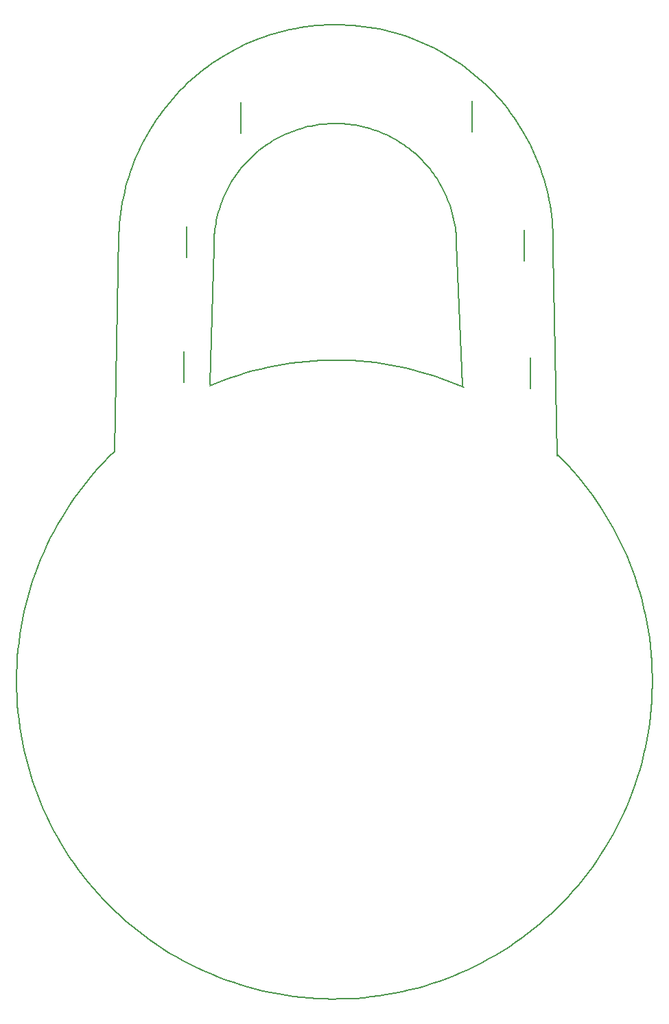
<source format=gbo>
G75*
%MOIN*%
%OFA0B0*%
%FSLAX25Y25*%
%IPPOS*%
%LPD*%
%AMOC8*
5,1,8,0,0,1.08239X$1,22.5*
%
%ADD10C,0.00600*%
%ADD11C,0.00800*%
D10*
X0048968Y0275146D02*
X0046271Y0272502D01*
X0043641Y0269793D01*
X0041077Y0267020D01*
X0038582Y0264186D01*
X0036156Y0261292D01*
X0033803Y0258339D01*
X0031522Y0255329D01*
X0029315Y0252265D01*
X0027184Y0249147D01*
X0025130Y0245979D01*
X0023154Y0242761D01*
X0021257Y0239495D01*
X0019441Y0236185D01*
X0017706Y0232831D01*
X0016054Y0229435D01*
X0014485Y0226000D01*
X0013001Y0222528D01*
X0011602Y0219021D01*
X0010289Y0215480D01*
X0009063Y0211908D01*
X0007925Y0208308D01*
X0006875Y0204681D01*
X0005914Y0201029D01*
X0005043Y0197354D01*
X0004261Y0193660D01*
X0003571Y0189947D01*
X0002971Y0186219D01*
X0002463Y0182477D01*
X0002046Y0178724D01*
X0001721Y0174962D01*
X0001489Y0171193D01*
X0001348Y0167419D01*
X0001300Y0163644D01*
X0001344Y0159868D01*
X0001481Y0156094D01*
X0001709Y0152325D01*
X0002030Y0148562D01*
X0002443Y0144809D01*
X0002947Y0141066D01*
X0003543Y0137337D01*
X0004229Y0133624D01*
X0005007Y0129929D01*
X0005874Y0126254D01*
X0006831Y0122601D01*
X0007877Y0118972D01*
X0009011Y0115370D01*
X0010233Y0111797D01*
X0011542Y0108255D01*
X0012938Y0104747D01*
X0014418Y0101273D01*
X0015984Y0097836D01*
X0017632Y0094439D01*
X0019364Y0091083D01*
X0021176Y0087770D01*
X0023070Y0084503D01*
X0025042Y0081283D01*
X0027093Y0078112D01*
X0029221Y0074993D01*
X0031424Y0071926D01*
X0033701Y0068914D01*
X0036052Y0065958D01*
X0038474Y0063061D01*
X0040966Y0060224D01*
X0043527Y0057449D01*
X0046155Y0054737D01*
X0048848Y0052091D01*
X0051606Y0049511D01*
X0054425Y0046999D01*
X0057306Y0044557D01*
X0060245Y0042186D01*
X0063241Y0039887D01*
X0066292Y0037663D01*
X0069397Y0035513D01*
X0072553Y0033441D01*
X0075760Y0031446D01*
X0079014Y0029530D01*
X0082314Y0027694D01*
X0085657Y0025940D01*
X0089043Y0024267D01*
X0092469Y0022678D01*
X0095932Y0021174D01*
X0099431Y0019754D01*
X0102964Y0018420D01*
X0106529Y0017173D01*
X0110122Y0016014D01*
X0113743Y0014943D01*
X0117390Y0013961D01*
X0121059Y0013068D01*
X0124749Y0012265D01*
X0128457Y0011552D01*
X0132182Y0010931D01*
X0135920Y0010401D01*
X0139671Y0009962D01*
X0143431Y0009615D01*
X0147199Y0009360D01*
X0150972Y0009198D01*
X0154747Y0009127D01*
X0158523Y0009149D01*
X0162298Y0009263D01*
X0166068Y0009470D01*
X0169832Y0009769D01*
X0173588Y0010159D01*
X0177334Y0010642D01*
X0181066Y0011215D01*
X0184783Y0011880D01*
X0188483Y0012636D01*
X0192163Y0013481D01*
X0195822Y0014417D01*
X0199456Y0015441D01*
X0203065Y0016555D01*
X0206645Y0017756D01*
X0210194Y0019044D01*
X0213711Y0020419D01*
X0217194Y0021879D01*
X0220640Y0023424D01*
X0224046Y0025052D01*
X0227412Y0026764D01*
X0230736Y0028557D01*
X0234014Y0030431D01*
X0237246Y0032385D01*
X0240428Y0034417D01*
X0243561Y0036526D01*
X0246640Y0038712D01*
X0249666Y0040971D01*
X0252635Y0043305D01*
X0255546Y0045710D01*
X0258398Y0048185D01*
X0261188Y0050730D01*
X0263915Y0053342D01*
X0266577Y0056019D01*
X0269174Y0058761D01*
X0271702Y0061566D01*
X0274161Y0064432D01*
X0276549Y0067357D01*
X0278865Y0070340D01*
X0281108Y0073378D01*
X0283275Y0076470D01*
X0285366Y0079614D01*
X0287380Y0082809D01*
X0289315Y0086052D01*
X0291170Y0089341D01*
X0292944Y0092674D01*
X0294636Y0096050D01*
X0296245Y0099466D01*
X0297771Y0102921D01*
X0299211Y0106411D01*
X0300565Y0109936D01*
X0301833Y0113493D01*
X0303013Y0117080D01*
X0304106Y0120695D01*
X0305109Y0124335D01*
X0306024Y0127999D01*
X0306848Y0131684D01*
X0307583Y0135388D01*
X0308226Y0139109D01*
X0308778Y0142845D01*
X0309239Y0146593D01*
X0309608Y0150351D01*
X0309885Y0154117D01*
X0310070Y0157889D01*
X0310162Y0161664D01*
X0310163Y0165440D01*
X0310070Y0169215D01*
X0309886Y0172987D01*
X0309610Y0176753D01*
X0309241Y0180511D01*
X0308781Y0184259D01*
X0308229Y0187995D01*
X0307586Y0191716D01*
X0306852Y0195420D01*
X0306028Y0199105D01*
X0305114Y0202769D01*
X0304111Y0206409D01*
X0303019Y0210024D01*
X0301839Y0213611D01*
X0300572Y0217168D01*
X0299218Y0220693D01*
X0297778Y0224184D01*
X0296253Y0227639D01*
X0294644Y0231056D01*
X0292953Y0234432D01*
X0291179Y0237765D01*
X0289324Y0241055D01*
X0287390Y0244297D01*
X0285376Y0247492D01*
X0283285Y0250637D01*
X0281118Y0253729D01*
X0278876Y0256768D01*
X0276561Y0259751D01*
X0274173Y0262676D01*
X0271714Y0265542D01*
X0269186Y0268347D01*
X0266590Y0271089D01*
X0263928Y0273768D01*
X0263928Y0273079D02*
X0261862Y0372291D01*
X0215011Y0376425D02*
X0217767Y0306839D01*
X0215012Y0376425D02*
X0214969Y0377860D01*
X0214892Y0379292D01*
X0214779Y0380723D01*
X0214632Y0382150D01*
X0214450Y0383573D01*
X0214234Y0384992D01*
X0213983Y0386404D01*
X0213697Y0387810D01*
X0213378Y0389209D01*
X0213024Y0390600D01*
X0212637Y0391981D01*
X0212217Y0393353D01*
X0211763Y0394714D01*
X0211276Y0396064D01*
X0210756Y0397401D01*
X0210204Y0398725D01*
X0209619Y0400036D01*
X0209003Y0401332D01*
X0208356Y0402612D01*
X0207678Y0403876D01*
X0206969Y0405124D01*
X0206230Y0406354D01*
X0205461Y0407565D01*
X0204663Y0408757D01*
X0203836Y0409930D01*
X0202981Y0411082D01*
X0202098Y0412213D01*
X0201188Y0413322D01*
X0200251Y0414409D01*
X0199287Y0415472D01*
X0198299Y0416512D01*
X0197285Y0417527D01*
X0196246Y0418517D01*
X0195184Y0419482D01*
X0194099Y0420421D01*
X0192991Y0421333D01*
X0191862Y0422217D01*
X0190711Y0423074D01*
X0189540Y0423903D01*
X0188348Y0424702D01*
X0187138Y0425473D01*
X0185909Y0426214D01*
X0184663Y0426925D01*
X0183400Y0427605D01*
X0182120Y0428254D01*
X0180825Y0428872D01*
X0179516Y0429458D01*
X0178192Y0430012D01*
X0176855Y0430534D01*
X0175507Y0431023D01*
X0174146Y0431479D01*
X0172775Y0431901D01*
X0171394Y0432290D01*
X0170004Y0432646D01*
X0168606Y0432967D01*
X0167200Y0433255D01*
X0165788Y0433508D01*
X0164370Y0433726D01*
X0162947Y0433910D01*
X0161520Y0434060D01*
X0160089Y0434174D01*
X0158657Y0434254D01*
X0157223Y0434298D01*
X0155788Y0434308D01*
X0154353Y0434283D01*
X0152920Y0434223D01*
X0151488Y0434128D01*
X0150059Y0433998D01*
X0148634Y0433834D01*
X0147213Y0433634D01*
X0145797Y0433401D01*
X0144388Y0433132D01*
X0142985Y0432830D01*
X0141591Y0432493D01*
X0140204Y0432123D01*
X0138828Y0431719D01*
X0137461Y0431282D01*
X0136106Y0430811D01*
X0134762Y0430308D01*
X0133431Y0429772D01*
X0132114Y0429203D01*
X0130810Y0428603D01*
X0129522Y0427972D01*
X0128250Y0427309D01*
X0126994Y0426615D01*
X0125755Y0425891D01*
X0124534Y0425137D01*
X0123332Y0424354D01*
X0122150Y0423541D01*
X0120987Y0422700D01*
X0119846Y0421831D01*
X0118726Y0420934D01*
X0117628Y0420010D01*
X0116553Y0419060D01*
X0115501Y0418084D01*
X0114474Y0417083D01*
X0113471Y0416057D01*
X0112493Y0415006D01*
X0111541Y0413933D01*
X0110616Y0412836D01*
X0109718Y0411717D01*
X0108847Y0410577D01*
X0108004Y0409416D01*
X0107190Y0408234D01*
X0106405Y0407034D01*
X0105649Y0405814D01*
X0104923Y0404576D01*
X0104228Y0403321D01*
X0103563Y0402050D01*
X0102929Y0400762D01*
X0102327Y0399460D01*
X0101757Y0398143D01*
X0101219Y0396813D01*
X0100714Y0395470D01*
X0100241Y0394116D01*
X0099802Y0392750D01*
X0099396Y0391374D01*
X0099024Y0389988D01*
X0098685Y0388594D01*
X0098381Y0387192D01*
X0098110Y0385782D01*
X0097875Y0384367D01*
X0097673Y0382947D01*
X0097507Y0381522D01*
X0097375Y0380093D01*
X0097278Y0378661D01*
X0097216Y0377228D01*
X0097188Y0375793D01*
X0097196Y0374359D01*
X0097196Y0374358D02*
X0095129Y0307528D01*
X0048968Y0275146D02*
X0051035Y0380559D01*
X0051034Y0380559D02*
X0051158Y0383137D01*
X0051345Y0385710D01*
X0051595Y0388279D01*
X0051907Y0390840D01*
X0052282Y0393393D01*
X0052719Y0395936D01*
X0053218Y0398468D01*
X0053779Y0400987D01*
X0054402Y0403491D01*
X0055085Y0405979D01*
X0055830Y0408450D01*
X0056634Y0410902D01*
X0057498Y0413333D01*
X0058422Y0415743D01*
X0059404Y0418129D01*
X0060444Y0420491D01*
X0061541Y0422826D01*
X0062695Y0425134D01*
X0063906Y0427413D01*
X0065171Y0429662D01*
X0066492Y0431879D01*
X0067866Y0434063D01*
X0069293Y0436213D01*
X0070772Y0438328D01*
X0072303Y0440405D01*
X0073884Y0442445D01*
X0075514Y0444445D01*
X0077193Y0446405D01*
X0078919Y0448323D01*
X0080692Y0450198D01*
X0082510Y0452029D01*
X0084372Y0453816D01*
X0086277Y0455556D01*
X0088224Y0457249D01*
X0090212Y0458894D01*
X0092240Y0460490D01*
X0094306Y0462036D01*
X0096410Y0463531D01*
X0098549Y0464974D01*
X0100723Y0466364D01*
X0102930Y0467701D01*
X0105169Y0468983D01*
X0107439Y0470211D01*
X0109739Y0471382D01*
X0112066Y0472497D01*
X0114420Y0473554D01*
X0116799Y0474554D01*
X0119202Y0475495D01*
X0121627Y0476377D01*
X0124072Y0477199D01*
X0126538Y0477962D01*
X0129021Y0478664D01*
X0131520Y0479305D01*
X0134035Y0479884D01*
X0136563Y0480402D01*
X0139103Y0480859D01*
X0141653Y0481252D01*
X0144212Y0481584D01*
X0146779Y0481852D01*
X0149351Y0482058D01*
X0151927Y0482201D01*
X0154507Y0482281D01*
X0157087Y0482297D01*
X0159667Y0482251D01*
X0162245Y0482141D01*
X0164820Y0481969D01*
X0167390Y0481733D01*
X0169953Y0481435D01*
X0172508Y0481074D01*
X0175053Y0480651D01*
X0177588Y0480166D01*
X0180110Y0479619D01*
X0182617Y0479010D01*
X0185109Y0478340D01*
X0187584Y0477610D01*
X0190040Y0476819D01*
X0192477Y0475968D01*
X0194891Y0475058D01*
X0197283Y0474089D01*
X0199650Y0473062D01*
X0201992Y0471978D01*
X0204306Y0470836D01*
X0206592Y0469638D01*
X0208847Y0468385D01*
X0211072Y0467077D01*
X0213263Y0465715D01*
X0215421Y0464300D01*
X0217544Y0462832D01*
X0219630Y0461313D01*
X0221678Y0459743D01*
X0223687Y0458124D01*
X0225656Y0456456D01*
X0227584Y0454740D01*
X0229469Y0452978D01*
X0231310Y0451170D01*
X0233107Y0449318D01*
X0234857Y0447423D01*
X0236561Y0445485D01*
X0238217Y0443506D01*
X0239825Y0441487D01*
X0241382Y0439429D01*
X0242888Y0437334D01*
X0244343Y0435203D01*
X0245745Y0433037D01*
X0247094Y0430837D01*
X0248389Y0428605D01*
X0249629Y0426341D01*
X0250813Y0424049D01*
X0251940Y0421727D01*
X0253011Y0419380D01*
X0254023Y0417006D01*
X0254978Y0414609D01*
X0255873Y0412188D01*
X0256709Y0409747D01*
X0257485Y0407286D01*
X0258201Y0404807D01*
X0258856Y0402311D01*
X0259449Y0399800D01*
X0259981Y0397275D01*
X0260451Y0394737D01*
X0260859Y0392189D01*
X0261204Y0389632D01*
X0261487Y0387067D01*
X0261707Y0384496D01*
X0261864Y0381920D01*
X0261958Y0379342D01*
X0261989Y0376761D01*
X0261957Y0374181D01*
X0261861Y0371602D01*
X0218456Y0306150D02*
X0215028Y0307628D01*
X0211566Y0309022D01*
X0208070Y0310332D01*
X0204544Y0311556D01*
X0200989Y0312694D01*
X0197407Y0313745D01*
X0193801Y0314709D01*
X0190172Y0315584D01*
X0186523Y0316371D01*
X0182856Y0317069D01*
X0179173Y0317678D01*
X0175477Y0318196D01*
X0171769Y0318625D01*
X0168051Y0318964D01*
X0164327Y0319211D01*
X0160597Y0319368D01*
X0156865Y0319435D01*
X0153132Y0319410D01*
X0149401Y0319295D01*
X0145674Y0319089D01*
X0141953Y0318792D01*
X0138240Y0318405D01*
X0134538Y0317927D01*
X0130849Y0317360D01*
X0127174Y0316703D01*
X0123517Y0315956D01*
X0119879Y0315121D01*
X0116262Y0314198D01*
X0112669Y0313187D01*
X0109101Y0312089D01*
X0105561Y0310904D01*
X0102051Y0309634D01*
X0098573Y0308279D01*
X0095129Y0306839D01*
D11*
X0082747Y0308571D02*
X0082747Y0323571D01*
X0083928Y0369201D02*
X0083928Y0384201D01*
X0110405Y0429693D02*
X0110405Y0444693D01*
X0222511Y0445382D02*
X0222511Y0430382D01*
X0247806Y0382685D02*
X0247806Y0367685D01*
X0251054Y0320677D02*
X0251054Y0305677D01*
M02*

</source>
